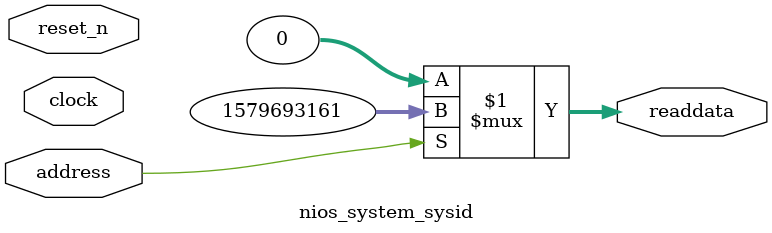
<source format=v>

`timescale 1ns / 1ps
// synthesis translate_on

// turn off superfluous verilog processor warnings 
// altera message_level Level1 
// altera message_off 10034 10035 10036 10037 10230 10240 10030 

module nios_system_sysid (
               // inputs:
                address,
                clock,
                reset_n,

               // outputs:
                readdata
             )
;

  output  [ 31: 0] readdata;
  input            address;
  input            clock;
  input            reset_n;

  wire    [ 31: 0] readdata;
  //control_slave, which is an e_avalon_slave
  assign readdata = address ? 1579693161 : 0;

endmodule




</source>
